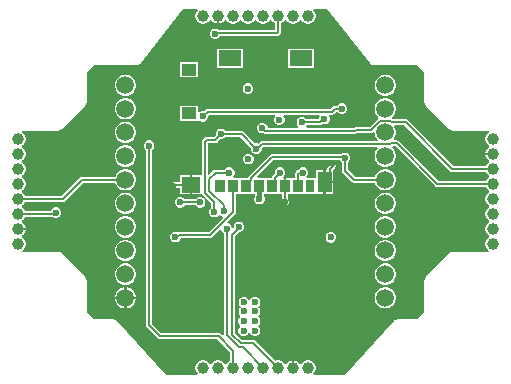
<source format=gbl>
G04*
G04 #@! TF.GenerationSoftware,Altium Limited,Altium Designer,24.0.1 (36)*
G04*
G04 Layer_Physical_Order=4*
G04 Layer_Color=16711680*
%FSLAX44Y44*%
%MOMM*%
G71*
G04*
G04 #@! TF.SameCoordinates,BFD44B55-2052-4A58-B096-8A348341E0BB*
G04*
G04*
G04 #@! TF.FilePolarity,Positive*
G04*
G01*
G75*
%ADD11C,0.2000*%
%ADD43C,0.4000*%
%ADD44C,1.0000*%
%ADD45C,1.5000*%
%ADD46C,1.2700*%
%ADD47C,0.6000*%
%ADD52R,1.1700X1.8000*%
%ADD53R,0.7500X1.1000*%
%ADD54R,0.8500X1.1000*%
%ADD55R,1.5500X1.3500*%
%ADD56R,1.2000X1.0000*%
%ADD57R,1.9000X1.3500*%
G36*
X243625Y263055D02*
X243818Y262889D01*
X243959Y262677D01*
X244415Y262372D01*
X244829Y262014D01*
X245071Y261934D01*
X245282Y261793D01*
X245819Y261686D01*
X246339Y261514D01*
X246593Y261532D01*
X246843Y261482D01*
X283360D01*
X289922Y254921D01*
Y230000D01*
X289922Y230000D01*
X290232Y228439D01*
X291116Y227116D01*
X291116Y227116D01*
X311116Y207116D01*
X312439Y206232D01*
X314000Y205922D01*
X344466D01*
X344807Y204652D01*
X344009Y204191D01*
X342799Y202981D01*
X341943Y201499D01*
X341500Y199846D01*
Y198134D01*
X341943Y196481D01*
X342799Y194999D01*
X344009Y193789D01*
X344729Y193373D01*
Y191907D01*
X344009Y191491D01*
X342799Y190281D01*
X341943Y188799D01*
X341539Y187290D01*
X348000D01*
Y185290D01*
X341539D01*
X341943Y183781D01*
X342799Y182299D01*
X344009Y181089D01*
X344729Y180673D01*
Y179207D01*
X344009Y178791D01*
X342799Y177581D01*
X341966Y176139D01*
X314583D01*
X275920Y214802D01*
X275093Y215355D01*
X274118Y215549D01*
X263798D01*
X262867Y216572D01*
X262916Y217646D01*
X264105Y218835D01*
X265290Y220887D01*
X265903Y223176D01*
Y225546D01*
X265290Y227835D01*
X264105Y229887D01*
X262430Y231563D01*
X260377Y232748D01*
X258088Y233361D01*
X255719D01*
X253430Y232748D01*
X251377Y231563D01*
X249702Y229887D01*
X248517Y227835D01*
X247903Y225546D01*
Y223176D01*
X248517Y220887D01*
X249702Y218835D01*
X250891Y217646D01*
X250953Y216300D01*
X250814Y216018D01*
X243954Y209159D01*
X232262D01*
X231286Y208965D01*
X230556Y208477D01*
X190228D01*
X189702Y209669D01*
X190320Y210451D01*
X201583D01*
X202559Y210645D01*
X203386Y211198D01*
X203649Y211461D01*
X204415Y211144D01*
X206205D01*
X207859Y211829D01*
X209125Y213095D01*
X209810Y214749D01*
Y216539D01*
X209125Y218193D01*
X209040Y218278D01*
X209526Y219451D01*
X211744D01*
X212719Y219645D01*
X213546Y220198D01*
X214974Y221626D01*
X216290D01*
X217369Y220546D01*
X219023Y219861D01*
X220814D01*
X222467Y220546D01*
X223733Y221812D01*
X224419Y223466D01*
Y225256D01*
X223733Y226910D01*
X222467Y228176D01*
X220814Y228861D01*
X219023D01*
X217369Y228176D01*
X216104Y226910D01*
X216026Y226724D01*
X213918D01*
X212943Y226530D01*
X212116Y225977D01*
X210688Y224549D01*
X106677D01*
X105701Y224355D01*
X104874Y223802D01*
X103430Y222358D01*
X103087Y222500D01*
X101297D01*
X99642Y221815D01*
X99295Y221467D01*
X98025Y221993D01*
Y226875D01*
X83025D01*
Y213875D01*
X98025D01*
Y214007D01*
X99295Y214533D01*
X99642Y214185D01*
X101297Y213500D01*
X103087D01*
X104741Y214185D01*
X106006Y215451D01*
X106692Y217105D01*
Y218410D01*
X107733Y219451D01*
X163190D01*
X163716Y218181D01*
X163328Y217793D01*
X162643Y216139D01*
Y214349D01*
X163328Y212695D01*
X164594Y211429D01*
X166248Y210744D01*
X168038D01*
X169692Y211429D01*
X170958Y212695D01*
X171643Y214349D01*
Y216139D01*
X170958Y217793D01*
X170569Y218181D01*
X171096Y219451D01*
X201093D01*
X201579Y218278D01*
X201495Y218193D01*
X200810Y216539D01*
Y215831D01*
X200527Y215549D01*
X190068D01*
X190068Y215549D01*
X188803Y216815D01*
X187149Y217500D01*
X185358D01*
X183704Y216815D01*
X182439Y215549D01*
X181754Y213895D01*
Y212105D01*
X182439Y210451D01*
X183142Y209747D01*
X182616Y208477D01*
X157393D01*
Y208895D01*
X156707Y210549D01*
X155442Y211815D01*
X153788Y212500D01*
X151997D01*
X150344Y211815D01*
X149078Y210549D01*
X148393Y208895D01*
Y207105D01*
X149078Y205451D01*
X150344Y204185D01*
X151997Y203500D01*
X153788D01*
X153980Y203580D01*
X153989Y203573D01*
X154964Y203379D01*
X231580D01*
X232556Y203573D01*
X233285Y204061D01*
X245010D01*
X245986Y204255D01*
X246633Y204688D01*
X247281Y204505D01*
X247903Y204103D01*
Y203176D01*
X248517Y200887D01*
X249702Y198835D01*
X250357Y198180D01*
X249831Y196910D01*
X152453D01*
X151478Y196716D01*
X150651Y196164D01*
X149265Y194778D01*
X148722Y195002D01*
X146932D01*
X146932Y195002D01*
X137043Y204891D01*
X136216Y205444D01*
X135241Y205638D01*
X121940D01*
X121940Y205638D01*
X120674Y206904D01*
X119020Y207589D01*
X117230D01*
X115576Y206904D01*
X114310Y205638D01*
X113625Y203984D01*
Y202194D01*
X113625Y202194D01*
X112004Y200572D01*
X105644D01*
X104669Y200378D01*
X103842Y199826D01*
X102373Y198357D01*
X101820Y197530D01*
X101626Y196554D01*
Y169250D01*
X101275Y168125D01*
X100356Y168125D01*
X93275D01*
Y160125D01*
Y152125D01*
X100573D01*
X101275Y152125D01*
X102329Y151603D01*
X102373Y151537D01*
X109476Y144434D01*
Y140722D01*
X109476Y140722D01*
X108210Y139456D01*
X107525Y137802D01*
Y136012D01*
X108210Y134358D01*
X109476Y133092D01*
X111130Y132407D01*
X112920D01*
X114574Y133092D01*
X115840Y134358D01*
X115888Y134474D01*
X115953Y134512D01*
X117346Y134675D01*
X118194Y133827D01*
X118980Y133501D01*
X119278Y132003D01*
X107526Y120251D01*
X82357D01*
X81382Y120057D01*
X81052Y119837D01*
X80170Y120202D01*
X78380D01*
X76726Y119517D01*
X75460Y118251D01*
X74775Y116597D01*
Y114807D01*
X75460Y113153D01*
X76726Y111887D01*
X78380Y111202D01*
X80170D01*
X81824Y111887D01*
X83090Y113153D01*
X83775Y114807D01*
Y115153D01*
X108582D01*
X109557Y115347D01*
X110384Y115900D01*
X116905Y122420D01*
X118175Y121895D01*
X118860Y120241D01*
X120126Y118975D01*
X120126Y118975D01*
Y33123D01*
X118992Y32562D01*
X118901Y32552D01*
X117651Y33802D01*
X116824Y34355D01*
X115849Y34549D01*
X67056D01*
X59444Y42160D01*
Y189185D01*
X59444Y189185D01*
X60710Y190451D01*
X61396Y192105D01*
Y193895D01*
X60710Y195549D01*
X59444Y196815D01*
X57791Y197500D01*
X56000D01*
X54346Y196815D01*
X53081Y195549D01*
X52396Y193895D01*
Y192105D01*
X53081Y190451D01*
X54346Y189185D01*
X54346Y189185D01*
Y41104D01*
X54541Y40129D01*
X55093Y39302D01*
X64198Y30198D01*
X65024Y29645D01*
X66000Y29451D01*
X114793D01*
X125800Y18444D01*
Y11142D01*
X125481Y11057D01*
X123999Y10201D01*
X122789Y8991D01*
X122373Y8271D01*
X120907D01*
X120491Y8991D01*
X119281Y10201D01*
X117799Y11057D01*
X116146Y11500D01*
X114434D01*
X112781Y11057D01*
X111299Y10201D01*
X110089Y8991D01*
X109673Y8271D01*
X108207D01*
X107791Y8991D01*
X106581Y10201D01*
X105099Y11057D01*
X103446Y11500D01*
X101734D01*
X100081Y11057D01*
X98599Y10201D01*
X97389Y8991D01*
X96533Y7509D01*
X96090Y5856D01*
Y4144D01*
X96533Y2491D01*
X97389Y1009D01*
X98049Y348D01*
X97523Y-922D01*
X70825D01*
X30041Y44717D01*
X29948Y44787D01*
X29884Y44884D01*
X29315Y45264D01*
X28770Y45674D01*
X28657Y45703D01*
X28561Y45768D01*
X27891Y45901D01*
X27229Y46072D01*
X27114Y46056D01*
X27000Y46078D01*
X10579D01*
X4078Y52579D01*
Y79000D01*
X4078Y79000D01*
X3768Y80561D01*
X2884Y81884D01*
X-17116Y101884D01*
X-17116Y101884D01*
X-18439Y102768D01*
X-20000Y103078D01*
X-50466Y103078D01*
X-50806Y104348D01*
X-50009Y104809D01*
X-48799Y106019D01*
X-47943Y107501D01*
X-47500Y109154D01*
Y110866D01*
X-47943Y112519D01*
X-48799Y114001D01*
X-50009Y115211D01*
X-50729Y115627D01*
Y117093D01*
X-50009Y117509D01*
X-48799Y118719D01*
X-47943Y120201D01*
X-47539Y121710D01*
X-54000D01*
Y123710D01*
X-47539D01*
X-47943Y125219D01*
X-48799Y126701D01*
X-50009Y127911D01*
X-50729Y128327D01*
Y129793D01*
X-50009Y130209D01*
X-48799Y131419D01*
X-47966Y132861D01*
X-24865D01*
X-24549Y132545D01*
X-22895Y131860D01*
X-21105D01*
X-19451Y132545D01*
X-18185Y133811D01*
X-17500Y135465D01*
Y137255D01*
X-18185Y138909D01*
X-19451Y140175D01*
X-21105Y140860D01*
X-22895D01*
X-24549Y140175D01*
X-25815Y138909D01*
X-26208Y137959D01*
X-47966D01*
X-48799Y139401D01*
X-50009Y140611D01*
X-50729Y141027D01*
Y142493D01*
X-50009Y142909D01*
X-48799Y144119D01*
X-47966Y145561D01*
X-16136D01*
X-15161Y145755D01*
X-14334Y146308D01*
X1171Y161812D01*
X28305D01*
X28553Y160887D01*
X29738Y158835D01*
X31413Y157160D01*
X33466Y155975D01*
X35755Y155361D01*
X38124D01*
X40413Y155975D01*
X42466Y157160D01*
X44141Y158835D01*
X45326Y160887D01*
X45939Y163176D01*
Y165546D01*
X45326Y167835D01*
X44141Y169887D01*
X42466Y171563D01*
X40413Y172748D01*
X38124Y173361D01*
X35755D01*
X33466Y172748D01*
X31413Y171563D01*
X29738Y169887D01*
X28553Y167835D01*
X28305Y166910D01*
X115D01*
X-861Y166716D01*
X-1688Y166164D01*
X-17192Y150659D01*
X-47966D01*
X-48799Y152101D01*
X-50009Y153311D01*
X-50729Y153727D01*
Y155193D01*
X-50009Y155609D01*
X-48799Y156819D01*
X-47943Y158301D01*
X-47500Y159954D01*
Y161666D01*
X-47943Y163319D01*
X-48799Y164801D01*
X-50009Y166011D01*
X-50729Y166427D01*
Y167893D01*
X-50009Y168309D01*
X-48799Y169519D01*
X-47943Y171001D01*
X-47500Y172654D01*
Y174366D01*
X-47943Y176019D01*
X-48799Y177501D01*
X-50009Y178711D01*
X-50729Y179127D01*
Y180593D01*
X-50009Y181009D01*
X-48799Y182219D01*
X-47943Y183701D01*
X-47500Y185354D01*
Y187066D01*
X-47943Y188719D01*
X-48799Y190201D01*
X-50009Y191411D01*
X-50729Y191827D01*
Y193293D01*
X-50009Y193709D01*
X-48799Y194919D01*
X-47943Y196401D01*
X-47500Y198054D01*
Y199766D01*
X-47943Y201419D01*
X-48799Y202901D01*
X-50009Y204111D01*
X-50945Y204652D01*
X-50605Y205922D01*
X-20000Y205922D01*
X-20000Y205922D01*
X-18439Y206232D01*
X-17116Y207116D01*
X2884Y227116D01*
X2884Y227116D01*
X3768Y228439D01*
X4078Y230000D01*
Y254921D01*
X10640Y261482D01*
X47000D01*
X47250Y261532D01*
X47504Y261514D01*
X48024Y261686D01*
X48561Y261793D01*
X48772Y261934D01*
X49014Y262014D01*
X49428Y262372D01*
X49884Y262677D01*
X50025Y262889D01*
X50218Y263055D01*
X85933Y308922D01*
X97443D01*
X97969Y307652D01*
X97309Y306991D01*
X96453Y305509D01*
X96010Y303856D01*
Y302144D01*
X96453Y300491D01*
X97309Y299009D01*
X98519Y297799D01*
X100001Y296943D01*
X101654Y296500D01*
X103366D01*
X105019Y296943D01*
X106501Y297799D01*
X107711Y299009D01*
X108127Y299729D01*
X109593D01*
X110009Y299009D01*
X111219Y297799D01*
X112701Y296943D01*
X114210Y296539D01*
Y303000D01*
X116210D01*
Y296539D01*
X117719Y296943D01*
X119201Y297799D01*
X120411Y299009D01*
X120827Y299729D01*
X122293D01*
X122709Y299009D01*
X123919Y297799D01*
X125401Y296943D01*
X127054Y296500D01*
X128766D01*
X130419Y296943D01*
X131901Y297799D01*
X133111Y299009D01*
X133527Y299729D01*
X134993D01*
X135409Y299009D01*
X136619Y297799D01*
X138101Y296943D01*
X139754Y296500D01*
X141466D01*
X143119Y296943D01*
X144601Y297799D01*
X145811Y299009D01*
X146227Y299729D01*
X147693D01*
X148109Y299009D01*
X149319Y297799D01*
X150801Y296943D01*
X152454Y296500D01*
X154166D01*
X155819Y296943D01*
X157301Y297799D01*
X158511Y299009D01*
X158927Y299729D01*
X160393D01*
X160809Y299009D01*
X162019Y297799D01*
X163461Y296966D01*
Y290774D01*
X116190D01*
X115424Y291540D01*
X113770Y292225D01*
X111980D01*
X110326Y291540D01*
X109060Y290274D01*
X108375Y288620D01*
Y286830D01*
X109060Y285176D01*
X110326Y283910D01*
X111980Y283225D01*
X113770D01*
X115424Y283910D01*
X116690Y285176D01*
X116897Y285676D01*
X164838D01*
X165814Y285870D01*
X166641Y286422D01*
X167812Y287594D01*
X168365Y288421D01*
X168559Y289396D01*
Y296966D01*
X170001Y297799D01*
X171211Y299009D01*
X171627Y299729D01*
X173093D01*
X173509Y299009D01*
X174719Y297799D01*
X176201Y296943D01*
X177854Y296500D01*
X179566D01*
X181219Y296943D01*
X182701Y297799D01*
X183911Y299009D01*
X184327Y299729D01*
X185793D01*
X186209Y299009D01*
X187419Y297799D01*
X188901Y296943D01*
X190554Y296500D01*
X192266D01*
X193919Y296943D01*
X195401Y297799D01*
X196611Y299009D01*
X197467Y300491D01*
X197910Y302144D01*
Y303856D01*
X197467Y305509D01*
X196611Y306991D01*
X195951Y307652D01*
X196477Y308922D01*
X207910D01*
X243625Y263055D01*
D02*
G37*
G36*
X143327Y191398D02*
X143327Y191397D01*
Y189607D01*
X144012Y187953D01*
X145278Y186688D01*
X146932Y186002D01*
X148722D01*
X150376Y186688D01*
X151642Y187953D01*
X152327Y189607D01*
Y190630D01*
X153509Y191812D01*
X249831D01*
X250357Y190542D01*
X249702Y189887D01*
X248517Y187835D01*
X247903Y185546D01*
Y183176D01*
X248517Y180887D01*
X249702Y178835D01*
X251377Y177160D01*
X253430Y175975D01*
X255719Y175361D01*
X258088D01*
X260377Y175975D01*
X262430Y177160D01*
X264105Y178835D01*
X265290Y180887D01*
X265903Y183176D01*
Y185546D01*
X265290Y187835D01*
X264105Y189887D01*
X262916Y191077D01*
X262874Y191331D01*
X263338Y192451D01*
X265848D01*
X299211Y159088D01*
X300038Y158535D01*
X301014Y158341D01*
X341966D01*
X342799Y156899D01*
X344009Y155689D01*
X344729Y155273D01*
Y153807D01*
X344009Y153391D01*
X342799Y152181D01*
X341943Y150699D01*
X341500Y149046D01*
Y147334D01*
X341943Y145681D01*
X342799Y144199D01*
X344009Y142989D01*
X344729Y142573D01*
Y141107D01*
X344009Y140691D01*
X342799Y139481D01*
X341943Y137999D01*
X341500Y136346D01*
Y134634D01*
X341943Y132981D01*
X342799Y131499D01*
X344009Y130289D01*
X344729Y129873D01*
Y128407D01*
X344009Y127991D01*
X342799Y126781D01*
X341943Y125299D01*
X341500Y123646D01*
Y121934D01*
X341943Y120281D01*
X342799Y118799D01*
X344009Y117589D01*
X344729Y117173D01*
Y115707D01*
X344009Y115291D01*
X342799Y114081D01*
X341943Y112599D01*
X341500Y110946D01*
Y109234D01*
X341943Y107581D01*
X342799Y106099D01*
X344009Y104889D01*
X344945Y104348D01*
X344605Y103078D01*
X314000D01*
X314000Y103078D01*
X312439Y102768D01*
X311116Y101884D01*
X291116Y81884D01*
X291116Y81884D01*
X290232Y80561D01*
X289922Y79000D01*
X289922Y79000D01*
Y52579D01*
X283421Y46078D01*
X266904Y46078D01*
X266790Y46056D01*
X266675Y46072D01*
X266013Y45901D01*
X265343Y45768D01*
X265246Y45703D01*
X265134Y45674D01*
X264588Y45264D01*
X264020Y44884D01*
X263955Y44787D01*
X263862Y44717D01*
X223079Y-922D01*
X196557D01*
X196031Y348D01*
X196691Y1009D01*
X197547Y2491D01*
X197990Y4144D01*
Y5856D01*
X197547Y7509D01*
X196691Y8991D01*
X195481Y10201D01*
X193999Y11057D01*
X192346Y11500D01*
X190634D01*
X188981Y11057D01*
X187499Y10201D01*
X186289Y8991D01*
X185873Y8271D01*
X184407D01*
X183991Y8991D01*
X182781Y10201D01*
X181299Y11057D01*
X179790Y11461D01*
Y5000D01*
X177790D01*
Y11461D01*
X176281Y11057D01*
X174799Y10201D01*
X173589Y8991D01*
X173173Y8271D01*
X171707D01*
X171291Y8991D01*
X170081Y10201D01*
X168599Y11057D01*
X166946Y11500D01*
X165234D01*
X163626Y11069D01*
X147048Y27646D01*
X146222Y28199D01*
X145246Y28393D01*
X135531D01*
X130074Y33850D01*
Y116746D01*
X133092Y119764D01*
X133920D01*
X135574Y120449D01*
X136840Y121715D01*
X137525Y123369D01*
Y125160D01*
X136840Y126813D01*
X135574Y128079D01*
X133920Y128764D01*
X132130D01*
X130476Y128079D01*
X129210Y126813D01*
X128525Y125160D01*
Y123668D01*
X128445Y123591D01*
X128027Y123622D01*
X127046Y124002D01*
X127042Y124007D01*
X126490Y125339D01*
X125224Y126605D01*
X123570Y127290D01*
X123045Y128560D01*
X129792Y135308D01*
X130345Y136135D01*
X130539Y137110D01*
Y151875D01*
X146306D01*
Y149769D01*
X145893Y148770D01*
Y146980D01*
X146578Y145326D01*
X147844Y144060D01*
X149497Y143375D01*
X151288D01*
X152942Y144060D01*
X154207Y145326D01*
X154893Y146980D01*
Y148770D01*
X154207Y150424D01*
X154027Y150605D01*
X154553Y151875D01*
X166625D01*
Y152125D01*
X169844D01*
Y145584D01*
X170038Y144608D01*
X170590Y143781D01*
X171064Y143308D01*
X171891Y142755D01*
X172866Y142561D01*
X173842Y142755D01*
X174669Y143308D01*
X175221Y144135D01*
X175415Y145110D01*
X175221Y146085D01*
X174942Y146504D01*
Y152125D01*
X177125D01*
Y151875D01*
X198625D01*
Y152125D01*
X204475D01*
Y162375D01*
Y172625D01*
X198375D01*
Y165875D01*
X190535D01*
X190009Y167145D01*
X190690Y167826D01*
X191375Y169480D01*
Y171270D01*
X190690Y172924D01*
X189424Y174190D01*
X187770Y174875D01*
X185980D01*
X184326Y174190D01*
X183060Y172924D01*
X182919Y172583D01*
X182312Y172177D01*
X181073Y170938D01*
X180520Y170111D01*
X180326Y169136D01*
Y165875D01*
X177125D01*
Y165625D01*
X172875D01*
Y158875D01*
X170875D01*
Y165905D01*
X170506Y166895D01*
X171437Y167826D01*
X172122Y169480D01*
Y171270D01*
X171437Y172924D01*
X170171Y174190D01*
X168517Y174875D01*
X166727D01*
X165073Y174190D01*
X163807Y172924D01*
X163122Y171270D01*
Y169480D01*
X163122Y169480D01*
X161577Y167935D01*
X161024Y167108D01*
X160830Y166132D01*
Y165875D01*
X148854D01*
X148368Y167048D01*
X162314Y180995D01*
X209956D01*
X210302Y180294D01*
X210441Y179725D01*
X209970Y179020D01*
X209776Y178044D01*
Y176556D01*
X208523Y175302D01*
X207970Y174475D01*
X207776Y173500D01*
Y172625D01*
X206475D01*
Y163375D01*
X212575D01*
Y166092D01*
X212680Y166250D01*
X212874Y167225D01*
Y172444D01*
X214127Y173698D01*
X214680Y174524D01*
X214874Y175500D01*
Y178044D01*
X214680Y179020D01*
X214209Y179725D01*
X214348Y180294D01*
X214694Y180995D01*
X218501D01*
X218799Y180278D01*
X220065Y179012D01*
X220065Y179012D01*
Y171895D01*
X220259Y170920D01*
X220811Y170093D01*
X228345Y162559D01*
X229172Y162006D01*
X230147Y161812D01*
X248269D01*
X248517Y160887D01*
X249702Y158835D01*
X251377Y157160D01*
X253430Y155975D01*
X255719Y155361D01*
X258088D01*
X260377Y155975D01*
X262430Y157160D01*
X264105Y158835D01*
X265290Y160887D01*
X265903Y163176D01*
Y165546D01*
X265290Y167835D01*
X264105Y169887D01*
X262430Y171563D01*
X260377Y172748D01*
X258088Y173361D01*
X255719D01*
X253430Y172748D01*
X251377Y171563D01*
X249702Y169887D01*
X248517Y167835D01*
X248269Y166910D01*
X231203D01*
X225163Y172951D01*
Y179012D01*
X225163Y179012D01*
X226428Y180278D01*
X227113Y181932D01*
Y183722D01*
X226428Y185376D01*
X225163Y186642D01*
X223509Y187327D01*
X221718D01*
X220065Y186642D01*
X219516Y186093D01*
X161259D01*
X160283Y185899D01*
X159456Y185347D01*
X141323Y167213D01*
X140770Y166386D01*
X140668Y165875D01*
X128532D01*
X128006Y167145D01*
X128687Y167826D01*
X129372Y169480D01*
Y171270D01*
X128687Y172924D01*
X127421Y174190D01*
X125767Y174875D01*
X123977D01*
X122323Y174190D01*
X121057Y172924D01*
X121057Y172924D01*
X113211D01*
X112236Y172730D01*
X111409Y172177D01*
X107897Y168666D01*
X106724Y169152D01*
Y195474D01*
X113060D01*
X114035Y195668D01*
X114862Y196221D01*
X117230Y198589D01*
X117230Y198589D01*
X119020D01*
X120674Y199274D01*
X121940Y200540D01*
X121940Y200540D01*
X134185D01*
X143327Y191398D01*
D02*
G37*
G36*
X311725Y171788D02*
X312552Y171235D01*
X313528Y171041D01*
X341966D01*
X342799Y169599D01*
X344009Y168389D01*
X344729Y167973D01*
Y166507D01*
X344009Y166091D01*
X342799Y164881D01*
X341966Y163439D01*
X302069D01*
X268706Y196802D01*
X267879Y197355D01*
X266903Y197549D01*
X264478D01*
X263992Y198722D01*
X264105Y198835D01*
X265290Y200887D01*
X265903Y203176D01*
Y205546D01*
X265290Y207835D01*
X264513Y209181D01*
X265246Y210451D01*
X273062D01*
X311725Y171788D01*
D02*
G37*
%LPC*%
G36*
X196225Y275375D02*
X174225D01*
Y258875D01*
X196225D01*
Y275375D01*
D02*
G37*
G36*
X136525D02*
X114525D01*
Y258875D01*
X136525D01*
Y275375D01*
D02*
G37*
G36*
X98025Y263875D02*
X83025D01*
Y250875D01*
X98025D01*
Y263875D01*
D02*
G37*
G36*
X141420Y245754D02*
X139630D01*
X137976Y245069D01*
X136710Y243803D01*
X136025Y242149D01*
Y240359D01*
X136710Y238705D01*
X137976Y237439D01*
X139630Y236754D01*
X141420D01*
X143074Y237439D01*
X144340Y238705D01*
X145025Y240359D01*
Y242149D01*
X144340Y243803D01*
X143074Y245069D01*
X141420Y245754D01*
D02*
G37*
G36*
X258088Y253361D02*
X255719D01*
X253430Y252748D01*
X251377Y251563D01*
X249702Y249887D01*
X248517Y247835D01*
X247903Y245546D01*
Y243176D01*
X248517Y240887D01*
X249702Y238835D01*
X251377Y237160D01*
X253430Y235975D01*
X255719Y235361D01*
X258088D01*
X260377Y235975D01*
X262430Y237160D01*
X264105Y238835D01*
X265290Y240887D01*
X265903Y243176D01*
Y245546D01*
X265290Y247835D01*
X264105Y249887D01*
X262430Y251563D01*
X260377Y252748D01*
X258088Y253361D01*
D02*
G37*
G36*
X38124D02*
X35755D01*
X33466Y252748D01*
X31413Y251563D01*
X29738Y249887D01*
X28553Y247835D01*
X27940Y245546D01*
Y243176D01*
X28553Y240887D01*
X29738Y238835D01*
X31413Y237160D01*
X33466Y235975D01*
X35755Y235361D01*
X38124D01*
X40413Y235975D01*
X42466Y237160D01*
X44141Y238835D01*
X45326Y240887D01*
X45939Y243176D01*
Y245546D01*
X45326Y247835D01*
X44141Y249887D01*
X42466Y251563D01*
X40413Y252748D01*
X38124Y253361D01*
D02*
G37*
G36*
Y233361D02*
X35755D01*
X33466Y232748D01*
X31413Y231563D01*
X29738Y229887D01*
X28553Y227835D01*
X27940Y225546D01*
Y223176D01*
X28553Y220887D01*
X29738Y218835D01*
X31413Y217160D01*
X33466Y215975D01*
X35755Y215361D01*
X38124D01*
X40413Y215975D01*
X42466Y217160D01*
X44141Y218835D01*
X45326Y220887D01*
X45939Y223176D01*
Y225546D01*
X45326Y227835D01*
X44141Y229887D01*
X42466Y231563D01*
X40413Y232748D01*
X38124Y233361D01*
D02*
G37*
G36*
Y213361D02*
X35755D01*
X33466Y212748D01*
X31413Y211563D01*
X29738Y209887D01*
X28553Y207835D01*
X27940Y205546D01*
Y203176D01*
X28553Y200887D01*
X29738Y198835D01*
X31413Y197160D01*
X33466Y195975D01*
X35755Y195361D01*
X38124D01*
X40413Y195975D01*
X42466Y197160D01*
X44141Y198835D01*
X45326Y200887D01*
X45939Y203176D01*
Y205546D01*
X45326Y207835D01*
X44141Y209887D01*
X42466Y211563D01*
X40413Y212748D01*
X38124Y213361D01*
D02*
G37*
G36*
Y193361D02*
X35755D01*
X33466Y192748D01*
X31413Y191563D01*
X29738Y189887D01*
X28553Y187835D01*
X27940Y185546D01*
Y183176D01*
X28553Y180887D01*
X29738Y178835D01*
X31413Y177160D01*
X33466Y175975D01*
X35755Y175361D01*
X38124D01*
X40413Y175975D01*
X42466Y177160D01*
X44141Y178835D01*
X45326Y180887D01*
X45939Y183176D01*
Y185546D01*
X45326Y187835D01*
X44141Y189887D01*
X42466Y191563D01*
X40413Y192748D01*
X38124Y193361D01*
D02*
G37*
G36*
X91275Y168125D02*
X83275D01*
Y162674D01*
X78275D01*
X77300Y162480D01*
X76473Y161927D01*
X75723Y161177D01*
X75170Y160350D01*
X74976Y159375D01*
X75170Y158400D01*
X75723Y157573D01*
X76550Y157020D01*
X77525Y156826D01*
X78500Y157020D01*
X79327Y157573D01*
X79331Y157576D01*
X83275D01*
Y152125D01*
X91275D01*
Y160125D01*
Y168125D01*
D02*
G37*
G36*
X101020Y149610D02*
X99230D01*
X97576Y148925D01*
X96310Y147659D01*
X96310Y147659D01*
X87090D01*
X87090Y147659D01*
X85824Y148925D01*
X84170Y149610D01*
X82380D01*
X80726Y148925D01*
X79460Y147659D01*
X78775Y146005D01*
Y144215D01*
X79460Y142561D01*
X80726Y141295D01*
X82380Y140610D01*
X84170D01*
X85824Y141295D01*
X87090Y142561D01*
X87090Y142561D01*
X96310D01*
X96310Y142561D01*
X97576Y141295D01*
X99230Y140610D01*
X101020D01*
X102674Y141295D01*
X103940Y142561D01*
X104625Y144215D01*
Y146005D01*
X103940Y147659D01*
X102674Y148925D01*
X101020Y149610D01*
D02*
G37*
G36*
X38124Y153361D02*
X35755D01*
X33466Y152748D01*
X31413Y151563D01*
X29738Y149887D01*
X28553Y147835D01*
X27940Y145546D01*
Y143176D01*
X28553Y140887D01*
X29738Y138835D01*
X31413Y137160D01*
X33466Y135975D01*
X35755Y135361D01*
X38124D01*
X40413Y135975D01*
X42466Y137160D01*
X44141Y138835D01*
X45326Y140887D01*
X45939Y143176D01*
Y145546D01*
X45326Y147835D01*
X44141Y149887D01*
X42466Y151563D01*
X40413Y152748D01*
X38124Y153361D01*
D02*
G37*
G36*
Y133361D02*
X35755D01*
X33466Y132748D01*
X31413Y131563D01*
X29738Y129887D01*
X28553Y127835D01*
X27940Y125546D01*
Y123176D01*
X28553Y120887D01*
X29738Y118835D01*
X31413Y117160D01*
X33466Y115975D01*
X35755Y115361D01*
X38124D01*
X40413Y115975D01*
X42466Y117160D01*
X44141Y118835D01*
X45326Y120887D01*
X45939Y123176D01*
Y125546D01*
X45326Y127835D01*
X44141Y129887D01*
X42466Y131563D01*
X40413Y132748D01*
X38124Y133361D01*
D02*
G37*
G36*
Y113361D02*
X35755D01*
X33466Y112748D01*
X31413Y111563D01*
X29738Y109887D01*
X28553Y107835D01*
X27940Y105546D01*
Y103176D01*
X28553Y100887D01*
X29738Y98835D01*
X31413Y97160D01*
X33466Y95975D01*
X35755Y95361D01*
X38124D01*
X40413Y95975D01*
X42466Y97160D01*
X44141Y98835D01*
X45326Y100887D01*
X45939Y103176D01*
Y105546D01*
X45326Y107835D01*
X44141Y109887D01*
X42466Y111563D01*
X40413Y112748D01*
X38124Y113361D01*
D02*
G37*
G36*
Y93361D02*
X35755D01*
X33466Y92748D01*
X31413Y91563D01*
X29738Y89888D01*
X28553Y87835D01*
X27940Y85546D01*
Y83176D01*
X28553Y80887D01*
X29738Y78835D01*
X31413Y77160D01*
X33466Y75975D01*
X35755Y75361D01*
X38124D01*
X40413Y75975D01*
X42466Y77160D01*
X44141Y78835D01*
X45326Y80887D01*
X45939Y83176D01*
Y85546D01*
X45326Y87835D01*
X44141Y89888D01*
X42466Y91563D01*
X40413Y92748D01*
X38124Y93361D01*
D02*
G37*
G36*
Y73361D02*
X37940D01*
Y65361D01*
X45939D01*
Y65546D01*
X45326Y67835D01*
X44141Y69887D01*
X42466Y71563D01*
X40413Y72748D01*
X38124Y73361D01*
D02*
G37*
G36*
X35940D02*
X35755D01*
X33466Y72748D01*
X31413Y71563D01*
X29738Y69887D01*
X28553Y67835D01*
X27940Y65546D01*
Y65361D01*
X35940D01*
Y73361D01*
D02*
G37*
G36*
X45939Y63361D02*
X37940D01*
Y55361D01*
X38124D01*
X40413Y55975D01*
X42466Y57160D01*
X44141Y58835D01*
X45326Y60887D01*
X45939Y63176D01*
Y63361D01*
D02*
G37*
G36*
X35940D02*
X27940D01*
Y63176D01*
X28553Y60887D01*
X29738Y58835D01*
X31413Y57160D01*
X33466Y55975D01*
X35755Y55361D01*
X35940D01*
Y63361D01*
D02*
G37*
G36*
X141770Y186250D02*
X139980D01*
X138326Y185565D01*
X137060Y184299D01*
X136375Y182645D01*
Y180855D01*
X137060Y179201D01*
X138326Y177935D01*
X139980Y177250D01*
X141770D01*
X143424Y177935D01*
X144690Y179201D01*
X145375Y180855D01*
Y182645D01*
X144690Y184299D01*
X143424Y185565D01*
X141770Y186250D01*
D02*
G37*
G36*
X212575Y161375D02*
X206475D01*
Y152125D01*
X212575D01*
Y161375D01*
D02*
G37*
G36*
X258088Y153361D02*
X255719D01*
X253430Y152748D01*
X251377Y151563D01*
X249702Y149887D01*
X248517Y147835D01*
X247903Y145546D01*
Y143176D01*
X248517Y140887D01*
X249702Y138835D01*
X251377Y137160D01*
X253430Y135975D01*
X255719Y135361D01*
X258088D01*
X260377Y135975D01*
X262430Y137160D01*
X264105Y138835D01*
X265290Y140887D01*
X265903Y143176D01*
Y145546D01*
X265290Y147835D01*
X264105Y149887D01*
X262430Y151563D01*
X260377Y152748D01*
X258088Y153361D01*
D02*
G37*
G36*
Y133361D02*
X255719D01*
X253430Y132748D01*
X251377Y131563D01*
X249702Y129887D01*
X248517Y127835D01*
X247903Y125546D01*
Y123176D01*
X248517Y120887D01*
X249702Y118835D01*
X251377Y117160D01*
X253430Y115975D01*
X255719Y115361D01*
X258088D01*
X260377Y115975D01*
X262430Y117160D01*
X264105Y118835D01*
X265290Y120887D01*
X265903Y123176D01*
Y125546D01*
X265290Y127835D01*
X264105Y129887D01*
X262430Y131563D01*
X260377Y132748D01*
X258088Y133361D01*
D02*
G37*
G36*
X211814Y120000D02*
X210023D01*
X208370Y119315D01*
X207104Y118049D01*
X206419Y116395D01*
Y114605D01*
X207104Y112951D01*
X208370Y111685D01*
X210023Y111000D01*
X211814D01*
X213468Y111685D01*
X214734Y112951D01*
X215418Y114605D01*
Y116395D01*
X214734Y118049D01*
X213468Y119315D01*
X211814Y120000D01*
D02*
G37*
G36*
X258088Y113361D02*
X255719D01*
X253430Y112748D01*
X251377Y111563D01*
X249702Y109887D01*
X248517Y107835D01*
X247903Y105546D01*
Y103176D01*
X248517Y100887D01*
X249702Y98835D01*
X251377Y97160D01*
X253430Y95975D01*
X255719Y95361D01*
X258088D01*
X260377Y95975D01*
X262430Y97160D01*
X264105Y98835D01*
X265290Y100887D01*
X265903Y103176D01*
Y105546D01*
X265290Y107835D01*
X264105Y109887D01*
X262430Y111563D01*
X260377Y112748D01*
X258088Y113361D01*
D02*
G37*
G36*
Y93361D02*
X255719D01*
X253430Y92748D01*
X251377Y91563D01*
X249702Y89888D01*
X248517Y87835D01*
X247903Y85546D01*
Y83176D01*
X248517Y80887D01*
X249702Y78835D01*
X251377Y77160D01*
X253430Y75975D01*
X255719Y75361D01*
X258088D01*
X260377Y75975D01*
X262430Y77160D01*
X264105Y78835D01*
X265290Y80887D01*
X265903Y83176D01*
Y85546D01*
X265290Y87835D01*
X264105Y89888D01*
X262430Y91563D01*
X260377Y92748D01*
X258088Y93361D01*
D02*
G37*
G36*
X147492Y65038D02*
X145702D01*
X144048Y64353D01*
X142782Y63088D01*
X142573Y62583D01*
X141199D01*
X140990Y63088D01*
X139724Y64353D01*
X138070Y65038D01*
X136280D01*
X134626Y64353D01*
X133360Y63088D01*
X132675Y61434D01*
Y59643D01*
X133360Y57990D01*
X133854Y57495D01*
X134576Y56666D01*
X133854Y55836D01*
X133360Y55342D01*
X132675Y53688D01*
Y51898D01*
X133360Y50244D01*
X134050Y49554D01*
X134293Y48444D01*
X133989Y47956D01*
X133060Y47027D01*
X132375Y45373D01*
Y43583D01*
X133060Y41929D01*
X133671Y41319D01*
X134212Y40489D01*
X133671Y39660D01*
X133060Y39049D01*
X132375Y37395D01*
Y35605D01*
X133060Y33951D01*
X134326Y32685D01*
X135980Y32000D01*
X137770D01*
X139424Y32685D01*
X140690Y33951D01*
X141049Y34817D01*
X142423D01*
X142782Y33951D01*
X144048Y32685D01*
X145702Y32000D01*
X147492D01*
X149146Y32685D01*
X150412Y33951D01*
X151097Y35605D01*
Y37395D01*
X150412Y39049D01*
X149802Y39660D01*
X149260Y40489D01*
X149802Y41319D01*
X150412Y41929D01*
X151097Y43583D01*
Y45373D01*
X150412Y47027D01*
X149634Y47806D01*
X149289Y48636D01*
X149634Y49465D01*
X150412Y50244D01*
X151097Y51898D01*
Y53688D01*
X150412Y55342D01*
X149918Y55836D01*
X149197Y56666D01*
X149918Y57495D01*
X150412Y57990D01*
X151097Y59643D01*
Y61434D01*
X150412Y63088D01*
X149146Y64353D01*
X147492Y65038D01*
D02*
G37*
G36*
X258088Y73361D02*
X255719D01*
X253430Y72748D01*
X251377Y71563D01*
X249702Y69887D01*
X248517Y67835D01*
X247903Y65546D01*
Y63176D01*
X248517Y60887D01*
X249702Y58835D01*
X251377Y57160D01*
X253430Y55975D01*
X255719Y55361D01*
X258088D01*
X260377Y55975D01*
X262430Y57160D01*
X264105Y58835D01*
X265290Y60887D01*
X265903Y63176D01*
Y65546D01*
X265290Y67835D01*
X264105Y69887D01*
X262430Y71563D01*
X260377Y72748D01*
X258088Y73361D01*
D02*
G37*
%LPD*%
D11*
X222614Y171895D02*
X230147Y164361D01*
X222614Y171895D02*
Y182827D01*
X161259Y183544D02*
X221896D01*
X222614Y182827D01*
X143125Y165410D02*
X161259Y183544D01*
X212325Y175500D02*
Y178044D01*
X210325Y167225D02*
Y173500D01*
X212325Y175500D01*
X205475Y162375D02*
X210325Y167225D01*
X136046Y22344D02*
X153390Y5000D01*
X122675Y32694D02*
Y122790D01*
X133025Y22344D02*
X136046D01*
X122675Y32694D02*
X133025Y22344D01*
X127525Y32794D02*
X134475Y25844D01*
X127525Y32794D02*
Y117602D01*
X134475Y25844D02*
X145246D01*
X166090Y5000D01*
X107675Y154789D02*
Y164839D01*
X113211Y170375D02*
X124872D01*
X107675Y164839D02*
X113211Y170375D01*
X107675Y154789D02*
X119978Y142486D01*
X104175Y153340D02*
Y196554D01*
Y153340D02*
X112025Y145490D01*
X104175Y196554D02*
X105644Y198023D01*
X113060D01*
X118125Y203089D01*
X119978Y138407D02*
Y142486D01*
Y138407D02*
X120743Y137642D01*
X112025Y136907D02*
Y145490D01*
X83275Y145110D02*
X100125D01*
X80357Y115702D02*
X82357Y117702D01*
X108582D01*
X79275Y115702D02*
X80357D01*
X108582Y117702D02*
X127990Y137110D01*
Y158760D01*
X127425Y117702D02*
X133025Y123302D01*
Y124264D01*
X127425Y117702D02*
X127525Y117602D01*
X127875Y158875D02*
X127990Y158760D01*
X115849Y32000D02*
X128349Y19500D01*
Y5358D02*
Y19500D01*
X66000Y32000D02*
X115849D01*
X77525Y159375D02*
X78275Y160125D01*
X92275D01*
X171875Y158875D02*
X172393Y158357D01*
Y145584D02*
Y158357D01*
Y145584D02*
X172866Y145110D01*
X205303Y162204D02*
X205475Y162375D01*
X102192Y218000D02*
X102677D01*
X106677Y222000D01*
X211744D01*
X143125Y164375D02*
Y165410D01*
X138875Y158875D02*
Y160125D01*
X143125Y164375D01*
X184114Y170375D02*
X186875D01*
X182875Y158875D02*
Y169136D01*
X184114Y170375D01*
X163379Y161379D02*
Y166132D01*
X160875Y158875D02*
X163379Y161379D01*
Y166132D02*
X167622Y170375D01*
X211744Y222000D02*
X213918Y224175D01*
X219732D01*
X219918Y224361D01*
X201583Y213000D02*
X204227Y215644D01*
X205310D01*
X186254Y213000D02*
X201583D01*
X152453Y194361D02*
X261046D01*
X147827Y190502D02*
X148595D01*
X152453Y194361D01*
X154964Y205928D02*
X231580D01*
X152893Y208000D02*
X154964Y205928D01*
X232262Y206610D02*
X245010D01*
X231580Y205928D02*
X232262Y206610D01*
X245010D02*
X252761Y214361D01*
X230147Y164361D02*
X256903D01*
X-54000Y135410D02*
X-22950D01*
X-22000Y136360D01*
X-16136Y148110D02*
X115Y164361D01*
X36939D01*
X-54000Y148110D02*
X-16136D01*
X127990Y5000D02*
X128349Y5358D01*
X56895Y41104D02*
X66000Y32000D01*
X56895Y41104D02*
Y193000D01*
X261684Y195000D02*
X266903D01*
X261046Y194361D02*
X261684Y195000D01*
X301014Y160890D02*
X348000D01*
X266903Y195000D02*
X301014Y160890D01*
X118125Y203089D02*
X135241D01*
X262407Y213000D02*
X274118D01*
X261046Y214361D02*
X262407Y213000D01*
X252761Y214361D02*
X261046D01*
X313528Y173590D02*
X348000D01*
X274118Y213000D02*
X313528Y173590D01*
X166010Y289396D02*
Y303000D01*
X164838Y288225D02*
X166010Y289396D01*
X113375Y288225D02*
X164838D01*
X112875Y287725D02*
X113375Y288225D01*
X135241Y203089D02*
X147827Y190502D01*
D43*
X149875Y148393D02*
X150393Y147875D01*
X149875Y148393D02*
Y158875D01*
D44*
X348000Y110090D02*
D03*
Y122790D02*
D03*
Y135490D02*
D03*
Y148190D02*
D03*
Y160890D02*
D03*
Y173590D02*
D03*
Y186290D02*
D03*
Y198990D02*
D03*
X-54000Y198910D02*
D03*
Y186210D02*
D03*
Y173510D02*
D03*
Y160810D02*
D03*
Y148110D02*
D03*
Y135410D02*
D03*
Y122710D02*
D03*
Y110010D02*
D03*
X102590Y5000D02*
D03*
X115290D02*
D03*
X127990D02*
D03*
X140690D02*
D03*
X153390D02*
D03*
X166090D02*
D03*
X178790D02*
D03*
X191490D02*
D03*
X191410Y303000D02*
D03*
X178710D02*
D03*
X166010D02*
D03*
X153310D02*
D03*
X140610D02*
D03*
X127910D02*
D03*
X115210D02*
D03*
X102510D02*
D03*
D45*
X36939Y104361D02*
D03*
Y64361D02*
D03*
Y84361D02*
D03*
Y164361D02*
D03*
Y124361D02*
D03*
Y144361D02*
D03*
Y224361D02*
D03*
Y184361D02*
D03*
Y204361D02*
D03*
Y244361D02*
D03*
X256903Y104361D02*
D03*
Y64361D02*
D03*
Y84361D02*
D03*
Y164361D02*
D03*
Y124361D02*
D03*
Y144361D02*
D03*
Y224361D02*
D03*
Y184361D02*
D03*
Y204361D02*
D03*
Y244361D02*
D03*
D46*
X60454Y218010D02*
D03*
X233941Y124000D02*
D03*
X229291Y247319D02*
D03*
X139559Y101629D02*
D03*
X208740Y21758D02*
D03*
X110958Y43685D02*
D03*
X68875Y270135D02*
D03*
X-16136Y194730D02*
D03*
X-5000Y142028D02*
D03*
Y114605D02*
D03*
D47*
X77525Y241254D02*
D03*
X222614Y182827D02*
D03*
X212325Y178044D02*
D03*
X161143Y115000D02*
D03*
X148595Y85293D02*
D03*
X156143Y260075D02*
D03*
X227195Y87611D02*
D03*
X163379Y20896D02*
D03*
X140525Y241254D02*
D03*
X100125Y145110D02*
D03*
X79275Y115702D02*
D03*
X124872Y170375D02*
D03*
X120743Y137642D02*
D03*
X133025Y124264D02*
D03*
X122675Y122790D02*
D03*
X112025Y136907D02*
D03*
X146597Y36500D02*
D03*
Y44478D02*
D03*
Y52793D02*
D03*
Y60539D02*
D03*
X136875Y36500D02*
D03*
Y44478D02*
D03*
X137175Y52793D02*
D03*
Y60539D02*
D03*
X76475Y12620D02*
D03*
X228315Y53041D02*
D03*
X210919Y115500D02*
D03*
X77525Y159375D02*
D03*
X172393Y145584D02*
D03*
X150393Y147875D02*
D03*
X140875Y181750D02*
D03*
X178385Y282621D02*
D03*
X167143Y215244D02*
D03*
X127119Y214361D02*
D03*
X186875Y170375D02*
D03*
X167622D02*
D03*
X205310Y215644D02*
D03*
X186254Y213000D02*
D03*
X219918Y224361D02*
D03*
X-22000Y136360D02*
D03*
X56895Y193000D02*
D03*
X102192Y218000D02*
D03*
X118125Y203089D02*
D03*
X152893Y208000D02*
D03*
X112875Y287725D02*
D03*
X83275Y145110D02*
D03*
X147827Y190502D02*
D03*
D52*
X205475Y162375D02*
D03*
D53*
X193375Y158875D02*
D03*
D54*
X182875D02*
D03*
X171875D02*
D03*
X160875D02*
D03*
X149875D02*
D03*
X138875D02*
D03*
X127875D02*
D03*
X116875D02*
D03*
D55*
X92275Y160125D02*
D03*
D56*
X90525Y257375D02*
D03*
Y220375D02*
D03*
D57*
X125525Y267125D02*
D03*
X185225D02*
D03*
M02*

</source>
